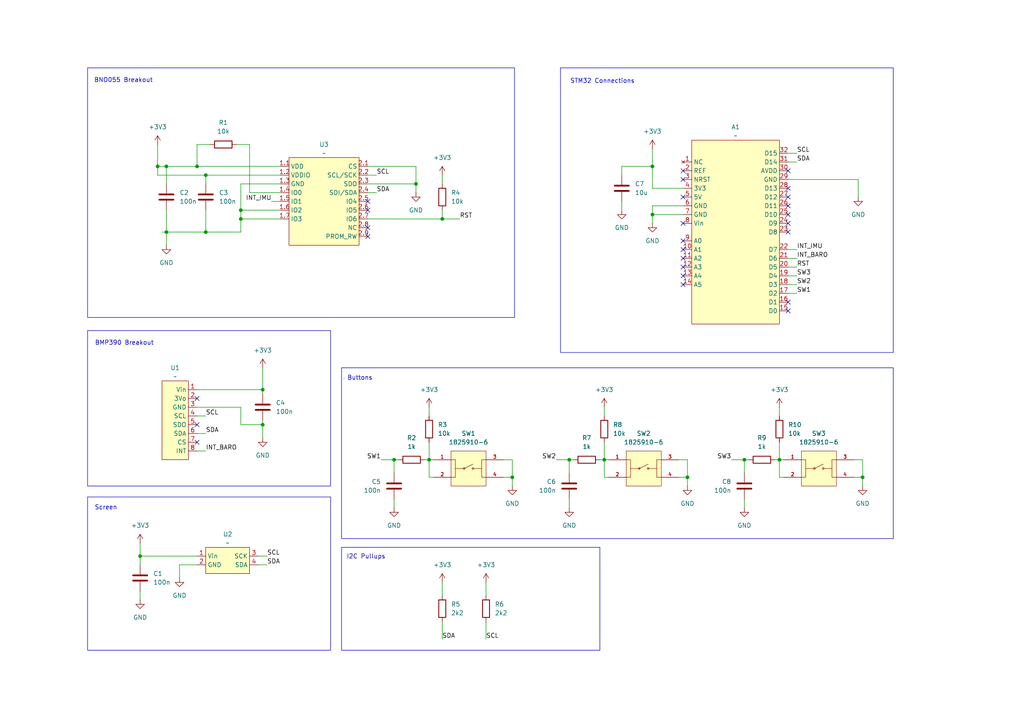
<source format=kicad_sch>
(kicad_sch (version 20231120) (generator "eeschema") (generator_version "8.0")
  (paper "A4")
  (lib_symbols
    (symbol "Custom_Components:1825910-6" (pin_names (offset 1.016))
      (property "Reference" "SW" (at -5.0897 5.8532 0))
      (property "Value" "1825910-6" (at -5.0883 -7.6325 0))
      (symbol "1825910-6_0_0"
        (rectangle (start -5.08 -5.08) (end 5.08 5.08) (stroke (width 0.127)) (fill (type background)))
        (circle (center -1.27 0) (radius 0.254) (stroke (width 0.127)))
        (polyline (pts (xy -5.08 2.54) (xy -3.81 2.54)) (stroke (width 0.127)))
        (polyline (pts (xy -3.81 -2.54) (xy -5.08 -2.54)) (stroke (width 0.127)))
        (polyline (pts (xy -3.81 0) (xy -3.81 -2.54)) (stroke (width 0.127)))
        (polyline (pts (xy -3.81 0) (xy -1.27 0)) (stroke (width 0.127)))
        (polyline (pts (xy -3.81 2.54) (xy -3.81 0)) (stroke (width 0.127)))
        (polyline (pts (xy -1.27 0) (xy 1.27 1.27)) (stroke (width 0.127)))
        (polyline (pts (xy 1.27 0) (xy 3.81 0)) (stroke (width 0.127)))
        (polyline (pts (xy 3.81 -2.54) (xy 5.08 -2.54)) (stroke (width 0.127)))
        (polyline (pts (xy 3.81 0) (xy 3.81 -2.54)) (stroke (width 0.127)))
        (polyline (pts (xy 3.81 0) (xy 3.81 2.54)) (stroke (width 0.127)))
        (polyline (pts (xy 3.81 2.54) (xy 5.08 2.54)) (stroke (width 0.127)))
        (circle (center 1.27 0) (radius 0.254) (stroke (width 0.127)))
        (pin passive line (at -10.16 2.54 0) (length 5.08) (name "~") (number "1"))
        (pin passive line (at -10.16 -2.54 0) (length 5.08) (name "~") (number "2"))
        (pin passive line (at 10.16 2.54 180) (length 5.08) (name "~") (number "3"))
        (pin passive line (at 10.16 -2.54 180) (length 5.08) (name "~") (number "4"))
      )
    )
    (symbol "Custom_Components:BMP390_Breakout_Board"
      (property "Reference" "U" (at 0 0 0))
      (symbol "BMP390_Breakout_Board_1_1"
        (rectangle (start -3.81 -1.27) (end 3.81 -24.13) (fill (type background)))
        (pin input line (at -6.35 -3.81 0) (length 2.54) (name "Vin") (number "1"))
        (pin input line (at -6.35 -6.35 0) (length 2.54) (name "3Vo") (number "2"))
        (pin input line (at -6.35 -8.89 0) (length 2.54) (name "GND") (number "3"))
        (pin input line (at -6.35 -11.43 0) (length 2.54) (name "SCL") (number "4"))
        (pin input line (at -6.35 -13.97 0) (length 2.54) (name "SDO") (number "5"))
        (pin input line (at -6.35 -16.51 0) (length 2.54) (name "SDA") (number "6"))
        (pin input line (at -6.35 -19.05 0) (length 2.54) (name "CS") (number "7"))
        (pin input line (at -6.35 -21.59 0) (length 2.54) (name "INT") (number "8"))
      )
    )
    (symbol "Custom_Components:BNO055_Shuttle_Board_3.0"
      (property "Reference" "U" (at 0 0 0))
      (symbol "BNO055_Shuttle_Board_3.0_1_1"
        (rectangle (start -10.16 -1.27) (end 10.16 -26.67) (fill (type background)))
        (pin input line (at -12.7 -3.81 0) (length 2.54) (name "VDD") (number "1.1"))
        (pin input line (at -12.7 -6.35 0) (length 2.54) (name "VDDIO") (number "1.2"))
        (pin input line (at -12.7 -8.89 0) (length 2.54) (name "GND") (number "1.3"))
        (pin bidirectional line (at -12.7 -11.43 0) (length 2.54) (name "IO0") (number "1.4"))
        (pin bidirectional line (at -12.7 -13.97 0) (length 2.54) (name "IO1") (number "1.5"))
        (pin bidirectional line (at -12.7 -16.51 0) (length 2.54) (name "IO2") (number "1.6"))
        (pin bidirectional line (at -12.7 -19.05 0) (length 2.54) (name "IO3") (number "1.7"))
        (pin bidirectional line (at 12.7 -3.81 180) (length 2.54) (name "CS") (number "2.1"))
        (pin input line (at 12.7 -6.35 180) (length 2.54) (name "SCL/SCK") (number "2.2"))
        (pin output line (at 12.7 -8.89 180) (length 2.54) (name "SDO") (number "2.3"))
        (pin input line (at 12.7 -11.43 180) (length 2.54) (name "SDI/SDA") (number "2.4"))
        (pin input line (at 12.7 -13.97 180) (length 2.54) (name "IO4") (number "2.5"))
        (pin input line (at 12.7 -16.51 180) (length 2.54) (name "IO5") (number "2.6"))
        (pin input line (at 12.7 -19.05 180) (length 2.54) (name "IO6") (number "2.7"))
        (pin input line (at 12.7 -21.59 180) (length 2.54) (name "NC") (number "2.8"))
        (pin input line (at 12.7 -24.13 180) (length 2.54) (name "PROM_RW") (number "2.9"))
      )
    )
    (symbol "Custom_Components:Screen"
      (property "Reference" "U" (at 0 0 0))
      (symbol "Screen_1_1"
        (rectangle (start -6.35 -1.27) (end 6.35 -8.89) (fill (type background)))
        (pin input line (at -8.89 -3.81 0) (length 2.54) (name "Vin") (number "1"))
        (pin input line (at -8.89 -6.35 0) (length 2.54) (name "GND") (number "2"))
        (pin input line (at 8.89 -3.81 180) (length 2.54) (name "SCK") (number "3"))
        (pin input line (at 8.89 -6.35 180) (length 2.54) (name "SDA") (number "4"))
      )
    )
    (symbol "Device:C" (pin_numbers hide) (pin_names (offset 0.254))
      (property "Reference" "C" (at 0.635 2.54 0))
      (property "Value" "C" (at 0.635 -2.54 0))
      (symbol "C_0_1"
        (polyline (pts (xy -2.032 -0.762) (xy 2.032 -0.762)) (stroke (width 0.508)))
        (polyline (pts (xy -2.032 0.762) (xy 2.032 0.762)) (stroke (width 0.508)))
      )
      (symbol "C_1_1"
        (pin passive line (at 0 3.81 270) (length 2.794) (name "~") (number "1"))
        (pin passive line (at 0 -3.81 90) (length 2.794) (name "~") (number "2"))
      )
    )
    (symbol "Device:R" (pin_numbers hide) (pin_names (offset 0))
      (property "Reference" "R" (at 2.032 0 90))
      (property "Value" "R" (at 0 0 90))
      (symbol "R_0_1"
        (rectangle (start -1.016 -2.54) (end 1.016 2.54) (stroke (width 0.254)))
      )
      (symbol "R_1_1"
        (pin passive line (at 0 3.81 270) (length 1.27) (name "~") (number "1"))
        (pin passive line (at 0 -3.81 90) (length 1.27) (name "~") (number "2"))
      )
    )
    (symbol "STM32_Shield:STM32_Shield"
      (property "Reference" "A" (at 0 0 0))
      (symbol "STM32_Shield_1_1"
        (rectangle (start -12.7 -2.54) (end 12.7 -55.88) (fill (type background)))
        (pin no_connect line (at -15.24 -8.89 0) (length 2.54) (name "NC") (number "1"))
        (pin bidirectional line (at -15.24 -34.29 0) (length 2.54) (name "A1") (number "10"))
        (pin bidirectional line (at -15.24 -36.83 0) (length 2.54) (name "A2") (number "11"))
        (pin bidirectional line (at -15.24 -39.37 0) (length 2.54) (name "A3") (number "12"))
        (pin bidirectional line (at -15.24 -41.91 0) (length 2.54) (name "A4") (number "13"))
        (pin bidirectional line (at -15.24 -44.45 0) (length 2.54) (name "A5") (number "14"))
        (pin bidirectional line (at 15.24 -52.07 180) (length 2.54) (name "D0") (number "15"))
        (pin bidirectional line (at 15.24 -49.53 180) (length 2.54) (name "D1") (number "16"))
        (pin bidirectional line (at 15.24 -46.99 180) (length 2.54) (name "D2") (number "17"))
        (pin bidirectional line (at 15.24 -44.45 180) (length 2.54) (name "D3") (number "18"))
        (pin bidirectional line (at 15.24 -41.91 180) (length 2.54) (name "D4") (number "19"))
        (pin input line (at -15.24 -11.43 0) (length 2.54) (name "REF") (number "2"))
        (pin bidirectional line (at 15.24 -39.37 180) (length 2.54) (name "D5") (number "20"))
        (pin bidirectional line (at 15.24 -36.83 180) (length 2.54) (name "D6") (number "21"))
        (pin bidirectional line (at 15.24 -34.29 180) (length 2.54) (name "D7") (number "22"))
        (pin bidirectional line (at 15.24 -29.21 180) (length 2.54) (name "D8") (number "23"))
        (pin bidirectional line (at 15.24 -26.67 180) (length 2.54) (name "D9") (number "24"))
        (pin bidirectional line (at 15.24 -24.13 180) (length 2.54) (name "D10") (number "25"))
        (pin bidirectional line (at 15.24 -21.59 180) (length 2.54) (name "D11") (number "26"))
        (pin bidirectional line (at 15.24 -19.05 180) (length 2.54) (name "D12") (number "27"))
        (pin bidirectional line (at 15.24 -16.51 180) (length 2.54) (name "D13") (number "28"))
        (pin power_in line (at 15.24 -13.97 180) (length 2.54) (name "GND") (number "29"))
        (pin input line (at -15.24 -13.97 0) (length 2.54) (name "NRST") (number "3"))
        (pin input line (at 15.24 -11.43 180) (length 2.54) (name "AVDD") (number "30"))
        (pin bidirectional line (at 15.24 -8.89 180) (length 2.54) (name "D14") (number "31"))
        (pin bidirectional line (at 15.24 -6.35 180) (length 2.54) (name "D15") (number "32"))
        (pin power_in line (at -15.24 -16.51 0) (length 2.54) (name "3V3") (number "4"))
        (pin power_in line (at -15.24 -19.05 0) (length 2.54) (name "5V") (number "5"))
        (pin power_in line (at -15.24 -21.59 0) (length 2.54) (name "GND") (number "6"))
        (pin power_in line (at -15.24 -24.13 0) (length 2.54) (name "GND") (number "7"))
        (pin power_in line (at -15.24 -26.67 0) (length 2.54) (name "Vin") (number "8"))
        (pin bidirectional line (at -15.24 -31.75 0) (length 2.54) (name "A0") (number "9"))
      )
    )
    (symbol "power:+3V3" (power) (pin_numbers hide) (pin_names (offset 0) hide)
      (property "Value" "+3V3" (at 0 3.556 0))
      (symbol "+3V3_0_1"
        (polyline (pts (xy -0.762 1.27) (xy 0 2.54)))
        (polyline (pts (xy 0 0) (xy 0 2.54)))
        (polyline (pts (xy 0 2.54) (xy 0.762 1.27)))
      )
      (symbol "+3V3_1_1"
        (pin power_in line (at 0 0 90) (length 0) (name "~") (number "1"))
      )
    )
    (symbol "power:GND" (power) (pin_numbers hide) (pin_names (offset 0) hide)
      (property "Value" "GND" (at 0 -3.81 0))
      (symbol "GND_0_1"
        (polyline (pts (xy 0 0) (xy 0 -1.27) (xy 1.27 -1.27) (xy 0 -2.54) (xy -1.27 -1.27) (xy 0 -1.27)))
      )
      (symbol "GND_1_1"
        (pin power_in line (at 0 0 270) (length 0) (name "~") (number "1"))
      )
    )
  )
  (junction (at 215.9 133.35))
  (junction (at 199.39 138.43))
  (junction (at 40.64 161.29))
  (junction (at 226.06 133.35))
  (junction (at 120.65 53.34))
  (junction (at 175.26 133.35))
  (junction (at 69.85 60.96))
  (junction (at 165.1 133.35))
  (junction (at 128.27 63.5))
  (junction (at 45.72 48.26))
  (junction (at 48.26 48.26))
  (junction (at 69.85 63.5))
  (junction (at 57.15 48.26))
  (junction (at 189.23 62.23))
  (junction (at 48.26 67.31))
  (junction (at 59.69 67.31))
  (junction (at 189.23 48.26))
  (junction (at 59.69 50.8))
  (junction (at 124.46 133.35))
  (junction (at 250.19 138.43))
  (junction (at 114.3 133.35))
  (junction (at 76.2 123.19))
  (junction (at 76.2 113.03))
  (junction (at 148.59 138.43))
  (no_connect (at 228.6 67.31))
  (no_connect (at 198.12 69.85))
  (no_connect (at 228.6 59.69))
  (no_connect (at 198.12 64.77))
  (no_connect (at 57.15 123.19))
  (no_connect (at 228.6 87.63))
  (no_connect (at 228.6 49.53))
  (no_connect (at 106.68 68.58))
  (no_connect (at 198.12 80.01))
  (no_connect (at 198.12 77.47))
  (no_connect (at 198.12 49.53))
  (no_connect (at 198.12 72.39))
  (no_connect (at 106.68 66.04))
  (no_connect (at 198.12 52.07))
  (no_connect (at 57.15 128.27))
  (no_connect (at 198.12 74.93))
  (no_connect (at 106.68 60.96))
  (no_connect (at 57.15 115.57))
  (no_connect (at 228.6 64.77))
  (no_connect (at 228.6 90.17))
  (no_connect (at 198.12 82.55))
  (no_connect (at 228.6 54.61))
  (no_connect (at 198.12 57.15))
  (no_connect (at 106.68 58.42))
  (no_connect (at 228.6 57.15))
  (no_connect (at 228.6 62.23))
  (wire (pts (xy 128.27 50.8) (xy 128.27 53.34)))
  (wire (pts (xy 76.2 106.68) (xy 76.2 113.03)))
  (wire (pts (xy 247.65 138.43) (xy 250.19 138.43)))
  (wire (pts (xy 57.15 41.91) (xy 57.15 48.26)))
  (wire (pts (xy 76.2 113.03) (xy 76.2 114.3)))
  (wire (pts (xy 189.23 62.23) (xy 189.23 64.77)))
  (wire (pts (xy 125.73 138.43) (xy 124.46 138.43)))
  (wire (pts (xy 57.15 118.11) (xy 69.85 118.11)))
  (wire (pts (xy 165.1 144.78) (xy 165.1 147.32)))
  (wire (pts (xy 57.15 125.73) (xy 59.69 125.73)))
  (wire (pts (xy 46.99 67.31) (xy 48.26 67.31)))
  (wire (pts (xy 48.26 60.96) (xy 48.26 67.31)))
  (wire (pts (xy 226.06 133.35) (xy 226.06 138.43)))
  (wire (pts (xy 124.46 133.35) (xy 125.73 133.35)))
  (wire (pts (xy 228.6 72.39) (xy 231.14 72.39)))
  (wire (pts (xy 110.49 133.35) (xy 114.3 133.35)))
  (wire (pts (xy 173.99 133.35) (xy 175.26 133.35)))
  (wire (pts (xy 57.15 48.26) (xy 81.28 48.26)))
  (wire (pts (xy 128.27 168.91) (xy 128.27 172.72)))
  (wire (pts (xy 128.27 180.34) (xy 128.27 185.42)))
  (wire (pts (xy 199.39 138.43) (xy 199.39 140.97)))
  (wire (pts (xy 114.3 133.35) (xy 114.3 137.16)))
  (wire (pts (xy 52.07 163.83) (xy 52.07 167.64)))
  (wire (pts (xy 40.64 157.48) (xy 40.64 161.29)))
  (wire (pts (xy 189.23 48.26) (xy 189.23 54.61)))
  (wire (pts (xy 140.97 180.34) (xy 140.97 185.42)))
  (wire (pts (xy 228.6 52.07) (xy 248.92 52.07)))
  (wire (pts (xy 248.92 52.07) (xy 248.92 57.15)))
  (wire (pts (xy 247.65 133.35) (xy 250.19 133.35)))
  (wire (pts (xy 224.79 133.35) (xy 226.06 133.35)))
  (wire (pts (xy 228.6 74.93) (xy 231.14 74.93)))
  (wire (pts (xy 146.05 138.43) (xy 148.59 138.43)))
  (wire (pts (xy 180.34 48.26) (xy 180.34 50.8)))
  (wire (pts (xy 146.05 133.35) (xy 148.59 133.35)))
  (wire (pts (xy 140.97 168.91) (xy 140.97 172.72)))
  (wire (pts (xy 228.6 44.45) (xy 231.14 44.45)))
  (wire (pts (xy 228.6 85.09) (xy 231.14 85.09)))
  (wire (pts (xy 198.12 54.61) (xy 189.23 54.61)))
  (wire (pts (xy 228.6 77.47) (xy 231.14 77.47)))
  (wire (pts (xy 114.3 144.78) (xy 114.3 147.32)))
  (wire (pts (xy 76.2 121.92) (xy 76.2 123.19)))
  (wire (pts (xy 57.15 161.29) (xy 40.64 161.29)))
  (wire (pts (xy 212.09 133.35) (xy 215.9 133.35)))
  (wire (pts (xy 124.46 133.35) (xy 124.46 138.43)))
  (wire (pts (xy 226.06 128.27) (xy 226.06 133.35)))
  (wire (pts (xy 226.06 118.11) (xy 226.06 120.65)))
  (wire (pts (xy 48.26 48.26) (xy 57.15 48.26)))
  (wire (pts (xy 120.65 48.26) (xy 120.65 53.34)))
  (wire (pts (xy 68.58 41.91) (xy 72.39 41.91)))
  (wire (pts (xy 128.27 63.5) (xy 133.35 63.5)))
  (wire (pts (xy 180.34 58.42) (xy 180.34 60.96)))
  (wire (pts (xy 165.1 133.35) (xy 165.1 137.16)))
  (wire (pts (xy 60.96 41.91) (xy 57.15 41.91)))
  (wire (pts (xy 59.69 67.31) (xy 69.85 67.31)))
  (wire (pts (xy 215.9 144.78) (xy 215.9 147.32)))
  (wire (pts (xy 45.72 48.26) (xy 45.72 50.8)))
  (wire (pts (xy 57.15 130.81) (xy 59.69 130.81)))
  (wire (pts (xy 72.39 41.91) (xy 72.39 55.88)))
  (wire (pts (xy 106.68 55.88) (xy 109.22 55.88)))
  (wire (pts (xy 48.26 67.31) (xy 48.26 71.12)))
  (wire (pts (xy 196.85 138.43) (xy 199.39 138.43)))
  (wire (pts (xy 45.72 50.8) (xy 59.69 50.8)))
  (wire (pts (xy 189.23 62.23) (xy 198.12 62.23)))
  (wire (pts (xy 45.72 48.26) (xy 48.26 48.26)))
  (wire (pts (xy 226.06 133.35) (xy 227.33 133.35)))
  (wire (pts (xy 124.46 118.11) (xy 124.46 120.65)))
  (wire (pts (xy 45.72 41.91) (xy 45.72 48.26)))
  (wire (pts (xy 199.39 133.35) (xy 199.39 138.43)))
  (wire (pts (xy 165.1 133.35) (xy 166.37 133.35)))
  (wire (pts (xy 175.26 128.27) (xy 175.26 133.35)))
  (wire (pts (xy 189.23 48.26) (xy 180.34 48.26)))
  (wire (pts (xy 57.15 113.03) (xy 76.2 113.03)))
  (wire (pts (xy 228.6 46.99) (xy 231.14 46.99)))
  (wire (pts (xy 161.29 133.35) (xy 165.1 133.35)))
  (wire (pts (xy 228.6 80.01) (xy 231.14 80.01)))
  (wire (pts (xy 176.53 138.43) (xy 175.26 138.43)))
  (wire (pts (xy 69.85 63.5) (xy 69.85 67.31)))
  (wire (pts (xy 106.68 48.26) (xy 120.65 48.26)))
  (wire (pts (xy 69.85 118.11) (xy 69.85 123.19)))
  (wire (pts (xy 215.9 133.35) (xy 215.9 137.16)))
  (wire (pts (xy 189.23 59.69) (xy 189.23 62.23)))
  (wire (pts (xy 78.74 58.42) (xy 81.28 58.42)))
  (wire (pts (xy 59.69 50.8) (xy 59.69 53.34)))
  (wire (pts (xy 74.93 161.29) (xy 77.47 161.29)))
  (wire (pts (xy 69.85 60.96) (xy 81.28 60.96)))
  (wire (pts (xy 227.33 138.43) (xy 226.06 138.43)))
  (wire (pts (xy 106.68 63.5) (xy 128.27 63.5)))
  (wire (pts (xy 148.59 138.43) (xy 148.59 140.97)))
  (wire (pts (xy 69.85 60.96) (xy 69.85 63.5)))
  (wire (pts (xy 196.85 133.35) (xy 199.39 133.35)))
  (wire (pts (xy 72.39 55.88) (xy 81.28 55.88)))
  (wire (pts (xy 189.23 43.18) (xy 189.23 48.26)))
  (wire (pts (xy 69.85 63.5) (xy 81.28 63.5)))
  (wire (pts (xy 57.15 120.65) (xy 59.69 120.65)))
  (wire (pts (xy 123.19 133.35) (xy 124.46 133.35)))
  (wire (pts (xy 48.26 67.31) (xy 59.69 67.31)))
  (wire (pts (xy 114.3 133.35) (xy 115.57 133.35)))
  (wire (pts (xy 57.15 163.83) (xy 52.07 163.83)))
  (wire (pts (xy 69.85 53.34) (xy 69.85 60.96)))
  (wire (pts (xy 250.19 133.35) (xy 250.19 138.43)))
  (wire (pts (xy 250.19 138.43) (xy 250.19 140.97)))
  (wire (pts (xy 40.64 161.29) (xy 40.64 163.83)))
  (wire (pts (xy 120.65 53.34) (xy 120.65 55.88)))
  (wire (pts (xy 59.69 60.96) (xy 59.69 67.31)))
  (wire (pts (xy 228.6 82.55) (xy 231.14 82.55)))
  (wire (pts (xy 215.9 133.35) (xy 217.17 133.35)))
  (wire (pts (xy 76.2 123.19) (xy 76.2 127)))
  (wire (pts (xy 106.68 50.8) (xy 109.22 50.8)))
  (wire (pts (xy 59.69 50.8) (xy 81.28 50.8)))
  (wire (pts (xy 148.59 133.35) (xy 148.59 138.43)))
  (wire (pts (xy 198.12 59.69) (xy 189.23 59.69)))
  (wire (pts (xy 74.93 163.83) (xy 77.47 163.83)))
  (wire (pts (xy 40.64 171.45) (xy 40.64 173.99)))
  (wire (pts (xy 175.26 118.11) (xy 175.26 120.65)))
  (wire (pts (xy 48.26 48.26) (xy 48.26 53.34)))
  (wire (pts (xy 124.46 128.27) (xy 124.46 133.35)))
  (wire (pts (xy 175.26 133.35) (xy 176.53 133.35)))
  (wire (pts (xy 69.85 53.34) (xy 81.28 53.34)))
  (wire (pts (xy 106.68 53.34) (xy 120.65 53.34)))
  (wire (pts (xy 69.85 123.19) (xy 76.2 123.19)))
  (wire (pts (xy 128.27 60.96) (xy 128.27 63.5)))
  (wire (pts (xy 175.26 138.43) (xy 175.26 133.35)))
  (rectangle (start 25.4 19.685) (end 149.225 92.075))
  (rectangle (start 162.56 19.685) (end 259.08 102.235))
  (rectangle (start 25.4 144.145) (end 95.885 188.595))
  (rectangle (start 99.695 109.855) (end 99.695 109.855))
  (rectangle (start 25.4 95.885) (end 95.885 140.97))
  (rectangle (start 99.06 158.75) (end 173.99 188.595))
  (rectangle (start 99.06 106.68) (end 259.08 156.21))
  (text "Screen" (at 30.734 147.32 0) (effects (font (size 1.27 1.27))))
  (text "STM32 Connections\n" (at 174.752 23.622 0) (effects (font (size 1.27 1.27))))
  (text "I2C Pullups\n" (at 106.172 161.544 0) (effects (font (size 1.27 1.27))))
  (text "BMP390 Breakout\n" (at 36.068 99.568 0) (effects (font (size 1.27 1.27))))
  (text "Buttons\n" (at 104.394 109.728 0) (effects (font (size 1.27 1.27))))
  (text "BNO055 Breakout\n" (at 35.814 23.368 0) (effects (font (size 1.27 1.27))))
  (label "SW1" (at 231.14 85.09 0))
  (label "SCL" (at 109.22 50.8 0))
  (label "SCL" (at 59.69 120.65 0))
  (label "SDA" (at 128.27 185.42 0))
  (label "SW3" (at 212.09 133.35 180))
  (label "SCL" (at 231.14 44.45 0))
  (label "INT_IMU" (at 231.14 72.39 0))
  (label "SW2" (at 231.14 82.55 0))
  (label "SW2" (at 161.29 133.35 180))
  (label "SDA" (at 231.14 46.99 0))
  (label "INT_BARO" (at 231.14 74.93 0))
  (label "SDA" (at 59.69 125.73 0))
  (label "RST" (at 231.14 77.47 0))
  (label "SW3" (at 231.14 80.01 0))
  (label "INT_IMU" (at 78.74 58.42 180))
  (label "SDA" (at 77.47 163.83 0))
  (label "SCL" (at 77.47 161.29 0))
  (label "SCL" (at 140.97 185.42 0))
  (label "INT_BARO" (at 59.69 130.81 0))
  (label "SW1" (at 110.49 133.35 180))
  (label "RST" (at 133.35 63.5 0))
  (label "SDA" (at 109.22 55.88 0))
  (symbol (lib_id "power:+3V3") (at 40.64 157.48 0) (unit 1)
    (property "Reference" "#PWR01" (effects (hide yes)))
    (property "Value" "+3V3" (at 40.64 152.4 0))
    (property "Description" "Power symbol creates a global label with name \"+3V3\"" (effects (hide yes)))
  )
  (symbol (lib_id "Device:R") (at 124.46 124.46 180) (unit 1)
    (property "Reference" "R3" (at 127 123.1899 0) (effects (justify right)))
    (property "Value" "10k" (at 127 125.7299 0) (effects (justify right)))
    (property "Footprint" "Resistor_SMD:R_0603_1608Metric_Pad0.98x0.95mm_HandSolder" (effects (hide yes)))
    (property "Description" "Resistor" (effects (hide yes)))
  )
  (symbol (lib_id "power:GND") (at 52.07 167.64 0) (unit 1)
    (property "Reference" "#PWR05" (effects (hide yes)))
    (property "Value" "GND" (at 52.07 172.72 0))
    (property "Description" "Power symbol creates a global label with name \"GND\" , ground" (effects (hide yes)))
  )
  (symbol (lib_id "STM32_Shield:STM32_Shield") (at 213.36 38.1 0) (unit 1)
    (property "Reference" "A1" (at 213.36 36.83 0))
    (property "Value" "~" (at 213.36 39.37 0))
    (property "Footprint" "footprints:STM32_Shield" (effects (hide yes)))
  )
  (symbol (lib_id "power:+3V3") (at 226.06 118.11 0) (unit 1)
    (property "Reference" "#PWR022" (effects (hide yes)))
    (property "Value" "+3V3" (at 226.06 113.03 0))
    (property "Description" "Power symbol creates a global label with name \"+3V3\"" (effects (hide yes)))
  )
  (symbol (lib_id "Device:R") (at 128.27 176.53 0) (unit 1)
    (property "Reference" "R5" (at 130.81 175.2599 0) (effects (justify left)))
    (property "Value" "2k2" (at 130.81 177.7999 0) (effects (justify left)))
    (property "Footprint" "Resistor_SMD:R_0603_1608Metric_Pad0.98x0.95mm_HandSolder" (effects (hide yes)))
    (property "Description" "Resistor" (effects (hide yes)))
  )
  (symbol (lib_id "power:GND") (at 199.39 140.97 0) (unit 1)
    (property "Reference" "#PWR020" (effects (hide yes)))
    (property "Value" "GND" (at 199.39 146.05 0))
    (property "Description" "Power symbol creates a global label with name \"GND\" , ground" (effects (hide yes)))
  )
  (symbol (lib_id "power:GND") (at 48.26 71.12 0) (unit 1)
    (property "Reference" "#PWR04" (effects (hide yes)))
    (property "Value" "GND" (at 48.26 76.2 0))
    (property "Description" "Power symbol creates a global label with name \"GND\" , ground" (effects (hide yes)))
  )
  (symbol (lib_id "power:GND") (at 148.59 140.97 0) (unit 1)
    (property "Reference" "#PWR014" (effects (hide yes)))
    (property "Value" "GND" (at 148.59 146.05 0))
    (property "Description" "Power symbol creates a global label with name \"GND\" , ground" (effects (hide yes)))
  )
  (symbol (lib_id "power:GND") (at 215.9 147.32 0) (unit 1)
    (property "Reference" "#PWR021" (effects (hide yes)))
    (property "Value" "GND" (at 215.9 152.4 0))
    (property "Description" "Power symbol creates a global label with name \"GND\" , ground" (effects (hide yes)))
  )
  (symbol (lib_id "power:+3V3") (at 45.72 41.91 0) (unit 1)
    (property "Reference" "#PWR03" (effects (hide yes)))
    (property "Value" "+3V3" (at 45.72 36.83 0))
    (property "Description" "Power symbol creates a global label with name \"+3V3\"" (effects (hide yes)))
  )
  (symbol (lib_id "Device:R") (at 64.77 41.91 90) (unit 1)
    (property "Reference" "R1" (at 64.77 35.56 90))
    (property "Value" "10k" (at 64.77 38.1 90))
    (property "Footprint" "Resistor_SMD:R_0603_1608Metric_Pad0.98x0.95mm_HandSolder" (effects (hide yes)))
    (property "Description" "Resistor" (effects (hide yes)))
  )
  (symbol (lib_id "Custom_Components:1825910-6") (at 186.69 135.89 0) (unit 1)
    (property "Reference" "SW2" (at 186.69 125.73 0))
    (property "Value" "1825910-6" (at 186.69 128.27 0))
    (property "Footprint" "footprints:SW_1825910-6-4" (effects (hide yes)))
    (property "PARTREV" "C10" (effects (hide yes)))
    (property "STANDARD" "Manufacturer Recommendations" (effects (hide yes)))
    (property "MANUFACTURER" "TE CONNECTIVITY" (effects (hide yes)))
  )
  (symbol (lib_id "Device:C") (at 59.69 57.15 0) (unit 1)
    (property "Reference" "C3" (at 63.5 55.8799 0) (effects (justify left)))
    (property "Value" "100n" (at 63.5 58.4199 0) (effects (justify left)))
    (property "Footprint" "Capacitor_SMD:C_0603_1608Metric_Pad1.08x0.95mm_HandSolder" (effects (hide yes)))
    (property "Description" "Unpolarized capacitor" (effects (hide yes)))
  )
  (symbol (lib_id "power:GND") (at 250.19 140.97 0) (unit 1)
    (property "Reference" "#PWR024" (effects (hide yes)))
    (property "Value" "GND" (at 250.19 146.05 0))
    (property "Description" "Power symbol creates a global label with name \"GND\" , ground" (effects (hide yes)))
  )
  (symbol (lib_id "power:GND") (at 114.3 147.32 0) (unit 1)
    (property "Reference" "#PWR08" (effects (hide yes)))
    (property "Value" "GND" (at 114.3 152.4 0))
    (property "Description" "Power symbol creates a global label with name \"GND\" , ground" (effects (hide yes)))
  )
  (symbol (lib_id "Device:R") (at 140.97 176.53 0) (unit 1)
    (property "Reference" "R6" (at 143.51 175.2599 0) (effects (justify left)))
    (property "Value" "2k2" (at 143.51 177.7999 0) (effects (justify left)))
    (property "Footprint" "Resistor_SMD:R_0603_1608Metric_Pad0.98x0.95mm_HandSolder" (effects (hide yes)))
    (property "Description" "Resistor" (effects (hide yes)))
  )
  (symbol (lib_id "Device:R") (at 226.06 124.46 180) (unit 1)
    (property "Reference" "R10" (at 228.6 123.1899 0) (effects (justify right)))
    (property "Value" "10k" (at 228.6 125.7299 0) (effects (justify right)))
    (property "Footprint" "Resistor_SMD:R_0603_1608Metric_Pad0.98x0.95mm_HandSolder" (effects (hide yes)))
    (property "Description" "Resistor" (effects (hide yes)))
  )
  (symbol (lib_id "Device:C") (at 215.9 140.97 0) (mirror y) (unit 1)
    (property "Reference" "C8" (at 212.09 139.6999 0) (effects (justify left)))
    (property "Value" "100n" (at 212.09 142.2399 0) (effects (justify left)))
    (property "Footprint" "Capacitor_SMD:C_0603_1608Metric_Pad1.08x0.95mm_HandSolder" (effects (hide yes)))
    (property "Description" "Unpolarized capacitor" (effects (hide yes)))
  )
  (symbol (lib_id "Device:C") (at 114.3 140.97 0) (mirror y) (unit 1)
    (property "Reference" "C5" (at 110.49 139.6999 0) (effects (justify left)))
    (property "Value" "100n" (at 110.49 142.2399 0) (effects (justify left)))
    (property "Footprint" "Capacitor_SMD:C_0603_1608Metric_Pad1.08x0.95mm_HandSolder" (effects (hide yes)))
    (property "Description" "Unpolarized capacitor" (effects (hide yes)))
  )
  (symbol (lib_id "Custom_Components:BNO055_Shuttle_Board_3.0") (at 93.98 44.45 0) (unit 1)
    (property "Reference" "U3" (at 93.98 41.91 0))
    (property "Value" "~" (at 93.98 44.45 0))
    (property "Footprint" "footprints:BNO055" (effects (hide yes)))
  )
  (symbol (lib_id "power:+3V3") (at 76.2 106.68 0) (unit 1)
    (property "Reference" "#PWR06" (effects (hide yes)))
    (property "Value" "+3V3" (at 76.2 101.6 0))
    (property "Description" "Power symbol creates a global label with name \"+3V3\"" (effects (hide yes)))
  )
  (symbol (lib_id "power:GND") (at 165.1 147.32 0) (unit 1)
    (property "Reference" "#PWR015" (effects (hide yes)))
    (property "Value" "GND" (at 165.1 152.4 0))
    (property "Description" "Power symbol creates a global label with name \"GND\" , ground" (effects (hide yes)))
  )
  (symbol (lib_id "power:+3V3") (at 128.27 50.8 0) (unit 1)
    (property "Reference" "#PWR011" (effects (hide yes)))
    (property "Value" "+3V3" (at 128.27 45.72 0))
    (property "Description" "Power symbol creates a global label with name \"+3V3\"" (effects (hide yes)))
  )
  (symbol (lib_id "power:+3V3") (at 189.23 43.18 0) (unit 1)
    (property "Reference" "#PWR018" (effects (hide yes)))
    (property "Value" "+3V3" (at 189.23 38.1 0))
    (property "Description" "Power symbol creates a global label with name \"+3V3\"" (effects (hide yes)))
  )
  (symbol (lib_id "Custom_Components:1825910-6") (at 135.89 135.89 0) (unit 1)
    (property "Reference" "SW1" (at 135.89 125.73 0))
    (property "Value" "1825910-6" (at 135.89 128.27 0))
    (property "Footprint" "footprints:SW_1825910-6-4" (effects (hide yes)))
    (property "PARTREV" "C10" (effects (hide yes)))
    (property "STANDARD" "Manufacturer Recommendations" (effects (hide yes)))
    (property "MANUFACTURER" "TE CONNECTIVITY" (effects (hide yes)))
  )
  (symbol (lib_id "Device:R") (at 170.18 133.35 90) (unit 1)
    (property "Reference" "R7" (at 170.18 127 90))
    (property "Value" "1k" (at 170.18 129.54 90))
    (property "Footprint" "Resistor_SMD:R_0603_1608Metric_Pad0.98x0.95mm_HandSolder" (effects (hide yes)))
    (property "Description" "Resistor" (effects (hide yes)))
  )
  (symbol (lib_id "power:GND") (at 180.34 60.96 0) (unit 1)
    (property "Reference" "#PWR017" (effects (hide yes)))
    (property "Value" "GND" (at 180.34 66.04 0))
    (property "Description" "Power symbol creates a global label with name \"GND\" , ground" (effects (hide yes)))
  )
  (symbol (lib_id "power:GND") (at 120.65 55.88 0) (unit 1)
    (property "Reference" "#PWR09" (effects (hide yes)))
    (property "Value" "GND" (at 120.65 60.96 0))
    (property "Description" "Power symbol creates a global label with name \"GND\" , ground" (effects (hide yes)))
  )
  (symbol (lib_id "power:GND") (at 76.2 127 0) (unit 1)
    (property "Reference" "#PWR07" (effects (hide yes)))
    (property "Value" "GND" (at 76.2 132.08 0))
    (property "Description" "Power symbol creates a global label with name \"GND\" , ground" (effects (hide yes)))
  )
  (symbol (lib_id "power:GND") (at 40.64 173.99 0) (unit 1)
    (property "Reference" "#PWR02" (effects (hide yes)))
    (property "Value" "GND" (at 40.64 179.07 0))
    (property "Description" "Power symbol creates a global label with name \"GND\" , ground" (effects (hide yes)))
  )
  (symbol (lib_id "Device:R") (at 119.38 133.35 90) (unit 1)
    (property "Reference" "R2" (at 119.38 127 90))
    (property "Value" "1k" (at 119.38 129.54 90))
    (property "Footprint" "Resistor_SMD:R_0603_1608Metric_Pad0.98x0.95mm_HandSolder" (effects (hide yes)))
    (property "Description" "Resistor" (effects (hide yes)))
  )
  (symbol (lib_id "power:GND") (at 189.23 64.77 0) (unit 1)
    (property "Reference" "#PWR019" (effects (hide yes)))
    (property "Value" "GND" (at 189.23 69.85 0))
    (property "Description" "Power symbol creates a global label with name \"GND\" , ground" (effects (hide yes)))
  )
  (symbol (lib_id "power:GND") (at 248.92 57.15 0) (unit 1)
    (property "Reference" "#PWR023" (effects (hide yes)))
    (property "Value" "GND" (at 248.92 62.23 0))
    (property "Description" "Power symbol creates a global label with name \"GND\" , ground" (effects (hide yes)))
  )
  (symbol (lib_id "power:+3V3") (at 124.46 118.11 0) (unit 1)
    (property "Reference" "#PWR010" (effects (hide yes)))
    (property "Value" "+3V3" (at 124.46 113.03 0))
    (property "Description" "Power symbol creates a global label with name \"+3V3\"" (effects (hide yes)))
  )
  (symbol (lib_id "Custom_Components:Screen") (at 66.04 157.48 0) (unit 1)
    (property "Reference" "U2" (at 66.04 154.94 0))
    (property "Value" "~" (at 66.04 157.48 0))
    (property "Footprint" "footprints:Screen" (effects (hide yes)))
  )
  (symbol (lib_id "Device:R") (at 220.98 133.35 90) (unit 1)
    (property "Reference" "R9" (at 220.98 127 90))
    (property "Value" "1k" (at 220.98 129.54 90))
    (property "Footprint" "Resistor_SMD:R_0603_1608Metric_Pad0.98x0.95mm_HandSolder" (effects (hide yes)))
    (property "Description" "Resistor" (effects (hide yes)))
  )
  (symbol (lib_id "Device:C") (at 48.26 57.15 0) (unit 1)
    (property "Reference" "C2" (at 52.07 55.8799 0) (effects (justify left)))
    (property "Value" "100n" (at 52.07 58.4199 0) (effects (justify left)))
    (property "Footprint" "Capacitor_SMD:C_0603_1608Metric_Pad1.08x0.95mm_HandSolder" (effects (hide yes)))
    (property "Description" "Unpolarized capacitor" (effects (hide yes)))
  )
  (symbol (lib_id "Custom_Components:BMP390_Breakout_Board") (at 50.8 109.22 0) (mirror y) (unit 1)
    (property "Reference" "U1" (at 50.8 106.68 0))
    (property "Value" "~" (at 50.8 109.22 0))
    (property "Footprint" "footprints:BMP390" (effects (hide yes)))
  )
  (symbol (lib_id "Device:R") (at 175.26 124.46 180) (unit 1)
    (property "Reference" "R8" (at 177.8 123.1899 0) (effects (justify right)))
    (property "Value" "10k" (at 177.8 125.7299 0) (effects (justify right)))
    (property "Footprint" "Resistor_SMD:R_0603_1608Metric_Pad0.98x0.95mm_HandSolder" (effects (hide yes)))
    (property "Description" "Resistor" (effects (hide yes)))
  )
  (symbol (lib_id "power:+3V3") (at 128.27 168.91 0) (unit 1)
    (property "Reference" "#PWR012" (effects (hide yes)))
    (property "Value" "+3V3" (at 128.27 163.83 0))
    (property "Description" "Power symbol creates a global label with name \"+3V3\"" (effects (hide yes)))
  )
  (symbol (lib_id "Device:C") (at 165.1 140.97 0) (mirror y) (unit 1)
    (property "Reference" "C6" (at 161.29 139.6999 0) (effects (justify left)))
    (property "Value" "100n" (at 161.29 142.2399 0) (effects (justify left)))
    (property "Footprint" "Capacitor_SMD:C_0603_1608Metric_Pad1.08x0.95mm_HandSolder" (effects (hide yes)))
    (property "Description" "Unpolarized capacitor" (effects (hide yes)))
  )
  (symbol (lib_id "Custom_Components:1825910-6") (at 237.49 135.89 0) (unit 1)
    (property "Reference" "SW3" (at 237.49 125.73 0))
    (property "Value" "1825910-6" (at 237.49 128.27 0))
    (property "Footprint" "footprints:SW_1825910-6-4" (effects (hide yes)))
    (property "PARTREV" "C10" (effects (hide yes)))
    (property "STANDARD" "Manufacturer Recommendations" (effects (hide yes)))
    (property "MANUFACTURER" "TE CONNECTIVITY" (effects (hide yes)))
  )
  (symbol (lib_id "Device:R") (at 128.27 57.15 180) (unit 1)
    (property "Reference" "R4" (at 130.81 55.8799 0) (effects (justify right)))
    (property "Value" "10k" (at 130.81 58.4199 0) (effects (justify right)))
    (property "Footprint" "Resistor_SMD:R_0603_1608Metric_Pad0.98x0.95mm_HandSolder" (effects (hide yes)))
    (property "Description" "Resistor" (effects (hide yes)))
  )
  (symbol (lib_id "power:+3V3") (at 140.97 168.91 0) (unit 1)
    (property "Reference" "#PWR013" (effects (hide yes)))
    (property "Value" "+3V3" (at 140.97 163.83 0))
    (property "Description" "Power symbol creates a global label with name \"+3V3\"" (effects (hide yes)))
  )
  (symbol (lib_id "Device:C") (at 180.34 54.61 0) (unit 1)
    (property "Reference" "C7" (at 184.15 53.3399 0) (effects (justify left)))
    (property "Value" "10u" (at 184.15 55.8799 0) (effects (justify left)))
    (property "Footprint" "Capacitor_SMD:C_0805_2012Metric_Pad1.18x1.45mm_HandSolder" (effects (hide yes)))
    (property "Description" "Unpolarized capacitor" (effects (hide yes)))
  )
  (symbol (lib_id "power:+3V3") (at 175.26 118.11 0) (unit 1)
    (property "Reference" "#PWR016" (effects (hide yes)))
    (property "Value" "+3V3" (at 175.26 113.03 0))
    (property "Description" "Power symbol creates a global label with name \"+3V3\"" (effects (hide yes)))
  )
  (symbol (lib_id "Device:C") (at 40.64 167.64 0) (unit 1)
    (property "Reference" "C1" (at 44.45 166.3699 0) (effects (justify left)))
    (property "Value" "100n" (at 44.45 168.9099 0) (effects (justify left)))
    (property "Footprint" "Capacitor_SMD:C_0603_1608Metric_Pad1.08x0.95mm_HandSolder" (effects (hide yes)))
    (property "Description" "Unpolarized capacitor" (effects (hide yes)))
  )
  (symbol (lib_id "Device:C") (at 76.2 118.11 0) (unit 1)
    (property "Reference" "C4" (at 80.01 116.8399 0) (effects (justify left)))
    (property "Value" "100n" (at 80.01 119.3799 0) (effects (justify left)))
    (property "Footprint" "Capacitor_SMD:C_0603_1608Metric_Pad1.08x0.95mm_HandSolder" (effects (hide yes)))
    (property "Description" "Unpolarized capacitor" (effects (hide yes)))
  )
)
</source>
